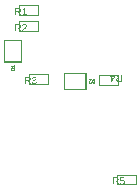
<source format=gbr>
%TF.GenerationSoftware,KiCad,Pcbnew,8.0.8+dfsg-1*%
%TF.CreationDate,2025-02-13T13:44:35+01:00*%
%TF.ProjectId,DigiKitkat,44696769-4b69-4746-9b61-742e6b696361,rev?*%
%TF.SameCoordinates,Original*%
%TF.FileFunction,Other,User*%
%FSLAX46Y46*%
G04 Gerber Fmt 4.6, Leading zero omitted, Abs format (unit mm)*
G04 Created by KiCad (PCBNEW 8.0.8+dfsg-1) date 2025-02-13 13:44:35*
%MOMM*%
%LPD*%
G01*
G04 APERTURE LIST*
%ADD10C,0.157500*%
%ADD11C,0.050800*%
%ADD12C,0.100000*%
G04 APERTURE END LIST*
D10*
G36*
X153643368Y-110304710D02*
G01*
X153677615Y-110309081D01*
X153708550Y-110316730D01*
X153740458Y-110329797D01*
X153767859Y-110347327D01*
X153771405Y-110350195D01*
X153793229Y-110372345D01*
X153811608Y-110401951D01*
X153821945Y-110431612D01*
X153826923Y-110464777D01*
X153827415Y-110480064D01*
X153824944Y-110513089D01*
X153817529Y-110543383D01*
X153803279Y-110574198D01*
X153787870Y-110595776D01*
X153763240Y-110619362D01*
X153733839Y-110637495D01*
X153703699Y-110649036D01*
X153678620Y-110654864D01*
X153851727Y-110914140D01*
X153756480Y-110914140D01*
X153597990Y-110664404D01*
X153408111Y-110664404D01*
X153408111Y-110914140D01*
X153325481Y-110914140D01*
X153325481Y-110599008D01*
X153408111Y-110599008D01*
X153607531Y-110599008D01*
X153638373Y-110597065D01*
X153668632Y-110590235D01*
X153696744Y-110576880D01*
X153708625Y-110567925D01*
X153728950Y-110543611D01*
X153740838Y-110513405D01*
X153744324Y-110480833D01*
X153740792Y-110449491D01*
X153728751Y-110420811D01*
X153708164Y-110398203D01*
X153679558Y-110381996D01*
X153647052Y-110373101D01*
X153612504Y-110369848D01*
X153604145Y-110369737D01*
X153408111Y-110369737D01*
X153408111Y-110599008D01*
X153325481Y-110599008D01*
X153325481Y-110303571D01*
X153612301Y-110303571D01*
X153643368Y-110304710D01*
G37*
G36*
X154344890Y-110713489D02*
G01*
X154342872Y-110748780D01*
X154336819Y-110781138D01*
X154326730Y-110810564D01*
X154309859Y-110841189D01*
X154287495Y-110867824D01*
X154260325Y-110889708D01*
X154228898Y-110906217D01*
X154198574Y-110916089D01*
X154165122Y-110922013D01*
X154128545Y-110923987D01*
X154097730Y-110922678D01*
X154064692Y-110917842D01*
X154034790Y-110909442D01*
X154004458Y-110895478D01*
X153990828Y-110886750D01*
X153967074Y-110866054D01*
X153948128Y-110841204D01*
X153933991Y-110812199D01*
X153924663Y-110779039D01*
X154003446Y-110769961D01*
X154015405Y-110800709D01*
X154036248Y-110828541D01*
X154064514Y-110847714D01*
X154094649Y-110857257D01*
X154130237Y-110860438D01*
X154163384Y-110857383D01*
X154195133Y-110846822D01*
X154221532Y-110828718D01*
X154228408Y-110821816D01*
X154247152Y-110794741D01*
X154258087Y-110765517D01*
X154263397Y-110731692D01*
X154263953Y-110715182D01*
X154261129Y-110683895D01*
X154251368Y-110653301D01*
X154234634Y-110627095D01*
X154228254Y-110620088D01*
X154203508Y-110600938D01*
X154173894Y-110588881D01*
X154143078Y-110584093D01*
X154131930Y-110583774D01*
X154099587Y-110586597D01*
X154072996Y-110593776D01*
X154044059Y-110608191D01*
X154018525Y-110627474D01*
X153942358Y-110627474D01*
X153962669Y-110303571D01*
X154309345Y-110303571D01*
X154309345Y-110369737D01*
X154033605Y-110369737D01*
X154021911Y-110559155D01*
X154048771Y-110542123D01*
X154078728Y-110529957D01*
X154111782Y-110522658D01*
X154143244Y-110520263D01*
X154147933Y-110520225D01*
X154180401Y-110522113D01*
X154215026Y-110529088D01*
X154246147Y-110541202D01*
X154273763Y-110558456D01*
X154291342Y-110573926D01*
X154312207Y-110598907D01*
X154327947Y-110626995D01*
X154338563Y-110658190D01*
X154344053Y-110692493D01*
X154344890Y-110713489D01*
G37*
G36*
X153865919Y-101867945D02*
G01*
X154055798Y-101867945D01*
X154055798Y-101618210D01*
X154138428Y-101618210D01*
X154138428Y-102228778D01*
X153851608Y-102228778D01*
X153820541Y-102227639D01*
X153786294Y-102223268D01*
X153755359Y-102215619D01*
X153723451Y-102202552D01*
X153696050Y-102185022D01*
X153692504Y-102182154D01*
X153670680Y-102160004D01*
X153652301Y-102130398D01*
X153641964Y-102100737D01*
X153636986Y-102067572D01*
X153636494Y-102052285D01*
X153636552Y-102051516D01*
X153719585Y-102051516D01*
X153723117Y-102082858D01*
X153735158Y-102111538D01*
X153755745Y-102134146D01*
X153784351Y-102150353D01*
X153816857Y-102159248D01*
X153851405Y-102162501D01*
X153859764Y-102162612D01*
X154055798Y-102162612D01*
X154055798Y-101933341D01*
X153856378Y-101933341D01*
X153825536Y-101935284D01*
X153795277Y-101942114D01*
X153767165Y-101955469D01*
X153755284Y-101964424D01*
X153734959Y-101988738D01*
X153723071Y-102018944D01*
X153719585Y-102051516D01*
X153636552Y-102051516D01*
X153638965Y-102019260D01*
X153646380Y-101988966D01*
X153660630Y-101958151D01*
X153676039Y-101936573D01*
X153700669Y-101912987D01*
X153730070Y-101894854D01*
X153760210Y-101883313D01*
X153785289Y-101877485D01*
X153612182Y-101618210D01*
X153707429Y-101618210D01*
X153865919Y-101867945D01*
G37*
G36*
X153267045Y-101753772D02*
G01*
X153554480Y-101753772D01*
X153554480Y-101814705D01*
X153275354Y-102228778D01*
X153193494Y-102228778D01*
X153193494Y-102140916D01*
X153267045Y-102140916D01*
X153279201Y-102117681D01*
X153294884Y-102090572D01*
X153295973Y-102088907D01*
X153452308Y-101856251D01*
X153475697Y-101823938D01*
X153482621Y-101815167D01*
X153267045Y-101815167D01*
X153267045Y-102140916D01*
X153193494Y-102140916D01*
X153193494Y-101815167D01*
X153107786Y-101815167D01*
X153107786Y-101753772D01*
X153193494Y-101753772D01*
X153193494Y-101618210D01*
X153267045Y-101618210D01*
X153267045Y-101753772D01*
G37*
G36*
X146193128Y-101807400D02*
G01*
X146227375Y-101811771D01*
X146258310Y-101819420D01*
X146290218Y-101832487D01*
X146317619Y-101850017D01*
X146321165Y-101852885D01*
X146342989Y-101875035D01*
X146361368Y-101904641D01*
X146371705Y-101934302D01*
X146376683Y-101967467D01*
X146377175Y-101982754D01*
X146374704Y-102015779D01*
X146367289Y-102046073D01*
X146353039Y-102076888D01*
X146337630Y-102098466D01*
X146313000Y-102122052D01*
X146283599Y-102140185D01*
X146253459Y-102151726D01*
X146228380Y-102157554D01*
X146401487Y-102416830D01*
X146306240Y-102416830D01*
X146147750Y-102167094D01*
X145957871Y-102167094D01*
X145957871Y-102416830D01*
X145875241Y-102416830D01*
X145875241Y-102101698D01*
X145957871Y-102101698D01*
X146157291Y-102101698D01*
X146188133Y-102099755D01*
X146218392Y-102092925D01*
X146246504Y-102079570D01*
X146258385Y-102070615D01*
X146278710Y-102046301D01*
X146290598Y-102016095D01*
X146294084Y-101983523D01*
X146290552Y-101952181D01*
X146278511Y-101923501D01*
X146257924Y-101900893D01*
X146229318Y-101884686D01*
X146196812Y-101875791D01*
X146162264Y-101872538D01*
X146153905Y-101872427D01*
X145957871Y-101872427D01*
X145957871Y-102101698D01*
X145875241Y-102101698D01*
X145875241Y-101806261D01*
X146162061Y-101806261D01*
X146193128Y-101807400D01*
G37*
G36*
X146892804Y-102248646D02*
G01*
X146890234Y-102283973D01*
X146882525Y-102315633D01*
X146869676Y-102343627D01*
X146848699Y-102371129D01*
X146839102Y-102380208D01*
X146813421Y-102398315D01*
X146783366Y-102411974D01*
X146748937Y-102421186D01*
X146715946Y-102425543D01*
X146685998Y-102426677D01*
X146652576Y-102425211D01*
X146621783Y-102420813D01*
X146589180Y-102411977D01*
X146560156Y-102399149D01*
X146538126Y-102384978D01*
X146513372Y-102361560D01*
X146494196Y-102333161D01*
X146481992Y-102304225D01*
X146474059Y-102271475D01*
X146472576Y-102261418D01*
X146553206Y-102254032D01*
X146560546Y-102285195D01*
X146575909Y-102315618D01*
X146598424Y-102338436D01*
X146628090Y-102353648D01*
X146658275Y-102360514D01*
X146685998Y-102362205D01*
X146717066Y-102359892D01*
X146746902Y-102351898D01*
X146774030Y-102336509D01*
X146778322Y-102332969D01*
X146798763Y-102307060D01*
X146809213Y-102276316D01*
X146811866Y-102246184D01*
X146807339Y-102214298D01*
X146792073Y-102185443D01*
X146773552Y-102167863D01*
X146746300Y-102153014D01*
X146716119Y-102144352D01*
X146684797Y-102140392D01*
X146663071Y-102139704D01*
X146618910Y-102139704D01*
X146618910Y-102072154D01*
X146661379Y-102072154D01*
X146695109Y-102069939D01*
X146727248Y-102062281D01*
X146756110Y-102047540D01*
X146760627Y-102044149D01*
X146782099Y-102020094D01*
X146793661Y-101989938D01*
X146795864Y-101966443D01*
X146792463Y-101935133D01*
X146780999Y-101906535D01*
X146767089Y-101888891D01*
X146741592Y-101871544D01*
X146711338Y-101862676D01*
X146681690Y-101860425D01*
X146648578Y-101863552D01*
X146617765Y-101874097D01*
X146598291Y-101886891D01*
X146576904Y-101911876D01*
X146564916Y-101941340D01*
X146561361Y-101961365D01*
X146483040Y-101955364D01*
X146488952Y-101924156D01*
X146500957Y-101892347D01*
X146518558Y-101864655D01*
X146541757Y-101841079D01*
X146545051Y-101838421D01*
X146573729Y-101820043D01*
X146606215Y-101806915D01*
X146637765Y-101799736D01*
X146672230Y-101796578D01*
X146682613Y-101796414D01*
X146715565Y-101797917D01*
X146750371Y-101803473D01*
X146781260Y-101813123D01*
X146811765Y-101829164D01*
X146825099Y-101839190D01*
X146847382Y-101862685D01*
X146863298Y-101890392D01*
X146872848Y-101922311D01*
X146875982Y-101953695D01*
X146876031Y-101958442D01*
X146873439Y-101989616D01*
X146864477Y-102020228D01*
X146847225Y-102049008D01*
X146843256Y-102053689D01*
X146819968Y-102074279D01*
X146790880Y-102090270D01*
X146759741Y-102100731D01*
X146748317Y-102103390D01*
X146748317Y-102105083D01*
X146780582Y-102110738D01*
X146812351Y-102121789D01*
X146839325Y-102137807D01*
X146854643Y-102151245D01*
X146874767Y-102177418D01*
X146887437Y-102207468D01*
X146892654Y-102241396D01*
X146892804Y-102248646D01*
G37*
G36*
X145374908Y-97350260D02*
G01*
X145409155Y-97354631D01*
X145440090Y-97362280D01*
X145471998Y-97375347D01*
X145499399Y-97392877D01*
X145502945Y-97395745D01*
X145524769Y-97417895D01*
X145543148Y-97447501D01*
X145553485Y-97477162D01*
X145558463Y-97510327D01*
X145558955Y-97525614D01*
X145556484Y-97558639D01*
X145549069Y-97588933D01*
X145534819Y-97619748D01*
X145519410Y-97641326D01*
X145494780Y-97664912D01*
X145465379Y-97683045D01*
X145435239Y-97694586D01*
X145410160Y-97700414D01*
X145583267Y-97959690D01*
X145488020Y-97959690D01*
X145329530Y-97709954D01*
X145139651Y-97709954D01*
X145139651Y-97959690D01*
X145057021Y-97959690D01*
X145057021Y-97644558D01*
X145139651Y-97644558D01*
X145339071Y-97644558D01*
X145369913Y-97642615D01*
X145400172Y-97635785D01*
X145428284Y-97622430D01*
X145440165Y-97613475D01*
X145460490Y-97589161D01*
X145472378Y-97558955D01*
X145475864Y-97526383D01*
X145472332Y-97495041D01*
X145460291Y-97466361D01*
X145439704Y-97443753D01*
X145411098Y-97427546D01*
X145378592Y-97418651D01*
X145344044Y-97415398D01*
X145335685Y-97415287D01*
X145139651Y-97415287D01*
X145139651Y-97644558D01*
X145057021Y-97644558D01*
X145057021Y-97349121D01*
X145343841Y-97349121D01*
X145374908Y-97350260D01*
G37*
G36*
X145665281Y-97959690D02*
G01*
X145665281Y-97904757D01*
X145679995Y-97874193D01*
X145696633Y-97845973D01*
X145715194Y-97820097D01*
X145719137Y-97815203D01*
X145739360Y-97791608D01*
X145762334Y-97767354D01*
X145786072Y-97744883D01*
X145810100Y-97723760D01*
X145833947Y-97703764D01*
X145855468Y-97686565D01*
X145880367Y-97666369D01*
X145905192Y-97644490D01*
X145917633Y-97632709D01*
X145939836Y-97608676D01*
X145957974Y-97583701D01*
X145962410Y-97576392D01*
X145974670Y-97546970D01*
X145979340Y-97516399D01*
X145979490Y-97509457D01*
X145975999Y-97477432D01*
X145964228Y-97448591D01*
X145949946Y-97431136D01*
X145922283Y-97413103D01*
X145890031Y-97404617D01*
X145868240Y-97403285D01*
X145836125Y-97406485D01*
X145805777Y-97417275D01*
X145786226Y-97430366D01*
X145765828Y-97453750D01*
X145752874Y-97483279D01*
X145748373Y-97506380D01*
X145668667Y-97498994D01*
X145674579Y-97468445D01*
X145686584Y-97437031D01*
X145704185Y-97409349D01*
X145727384Y-97385397D01*
X145730677Y-97382666D01*
X145759355Y-97363682D01*
X145791842Y-97350122D01*
X145823392Y-97342706D01*
X145857857Y-97339443D01*
X145868240Y-97339274D01*
X145901305Y-97340810D01*
X145936093Y-97346486D01*
X145966803Y-97356344D01*
X145996904Y-97372731D01*
X146009957Y-97382974D01*
X146031634Y-97407045D01*
X146047117Y-97435713D01*
X146056407Y-97468979D01*
X146059456Y-97501857D01*
X146059504Y-97506841D01*
X146056382Y-97537884D01*
X146047016Y-97568809D01*
X146043193Y-97577623D01*
X146027450Y-97606153D01*
X146008275Y-97632534D01*
X145995031Y-97647943D01*
X145972403Y-97670732D01*
X145948408Y-97692681D01*
X145923386Y-97714437D01*
X145899395Y-97734641D01*
X145872548Y-97756731D01*
X145848958Y-97776686D01*
X145825430Y-97797918D01*
X145803028Y-97819995D01*
X145793304Y-97830436D01*
X145773577Y-97854671D01*
X145756414Y-97882070D01*
X145750989Y-97893524D01*
X146069044Y-97893524D01*
X146069044Y-97959690D01*
X145665281Y-97959690D01*
G37*
G36*
X145380208Y-95969660D02*
G01*
X145414455Y-95974031D01*
X145445390Y-95981680D01*
X145477298Y-95994747D01*
X145504699Y-96012277D01*
X145508245Y-96015145D01*
X145530069Y-96037295D01*
X145548448Y-96066901D01*
X145558785Y-96096562D01*
X145563763Y-96129727D01*
X145564255Y-96145014D01*
X145561784Y-96178039D01*
X145554369Y-96208333D01*
X145540119Y-96239148D01*
X145524710Y-96260726D01*
X145500080Y-96284312D01*
X145470679Y-96302445D01*
X145440539Y-96313986D01*
X145415460Y-96319814D01*
X145588567Y-96579090D01*
X145493320Y-96579090D01*
X145334830Y-96329354D01*
X145144951Y-96329354D01*
X145144951Y-96579090D01*
X145062321Y-96579090D01*
X145062321Y-96263958D01*
X145144951Y-96263958D01*
X145344371Y-96263958D01*
X145375213Y-96262015D01*
X145405472Y-96255185D01*
X145433584Y-96241830D01*
X145445465Y-96232875D01*
X145465790Y-96208561D01*
X145477678Y-96178355D01*
X145481164Y-96145783D01*
X145477632Y-96114441D01*
X145465591Y-96085761D01*
X145445004Y-96063153D01*
X145416398Y-96046946D01*
X145383892Y-96038051D01*
X145349344Y-96034798D01*
X145340985Y-96034687D01*
X145144951Y-96034687D01*
X145144951Y-96263958D01*
X145062321Y-96263958D01*
X145062321Y-95968521D01*
X145349141Y-95968521D01*
X145380208Y-95969660D01*
G37*
G36*
X145693508Y-96579090D02*
G01*
X145693508Y-96512924D01*
X145848766Y-96512924D01*
X145848766Y-96042996D01*
X145711204Y-96145783D01*
X145711204Y-96072232D01*
X145855383Y-95968521D01*
X145927242Y-95968521D01*
X145927242Y-96512924D01*
X146075575Y-96512924D01*
X146075575Y-96579090D01*
X145693508Y-96579090D01*
G37*
D11*
X144986664Y-101238997D02*
X144681864Y-101238997D01*
X144681864Y-101238997D02*
X144681864Y-101166426D01*
X144681864Y-101166426D02*
X144696378Y-101122883D01*
X144696378Y-101122883D02*
X144725407Y-101093854D01*
X144725407Y-101093854D02*
X144754435Y-101079340D01*
X144754435Y-101079340D02*
X144812492Y-101064826D01*
X144812492Y-101064826D02*
X144856035Y-101064826D01*
X144856035Y-101064826D02*
X144914092Y-101079340D01*
X144914092Y-101079340D02*
X144943121Y-101093854D01*
X144943121Y-101093854D02*
X144972150Y-101122883D01*
X144972150Y-101122883D02*
X144986664Y-101166426D01*
X144986664Y-101166426D02*
X144986664Y-101238997D01*
X144986664Y-100774540D02*
X144986664Y-100948711D01*
X144986664Y-100861626D02*
X144681864Y-100861626D01*
X144681864Y-100861626D02*
X144725407Y-100890654D01*
X144725407Y-100890654D02*
X144754435Y-100919683D01*
X144754435Y-100919683D02*
X144768950Y-100948711D01*
X151762097Y-102003015D02*
X151762097Y-102307815D01*
X151762097Y-102307815D02*
X151689526Y-102307815D01*
X151689526Y-102307815D02*
X151645983Y-102293301D01*
X151645983Y-102293301D02*
X151616954Y-102264272D01*
X151616954Y-102264272D02*
X151602440Y-102235244D01*
X151602440Y-102235244D02*
X151587926Y-102177187D01*
X151587926Y-102177187D02*
X151587926Y-102133644D01*
X151587926Y-102133644D02*
X151602440Y-102075587D01*
X151602440Y-102075587D02*
X151616954Y-102046558D01*
X151616954Y-102046558D02*
X151645983Y-102017530D01*
X151645983Y-102017530D02*
X151689526Y-102003015D01*
X151689526Y-102003015D02*
X151762097Y-102003015D01*
X151471811Y-102278787D02*
X151457297Y-102293301D01*
X151457297Y-102293301D02*
X151428269Y-102307815D01*
X151428269Y-102307815D02*
X151355697Y-102307815D01*
X151355697Y-102307815D02*
X151326669Y-102293301D01*
X151326669Y-102293301D02*
X151312154Y-102278787D01*
X151312154Y-102278787D02*
X151297640Y-102249758D01*
X151297640Y-102249758D02*
X151297640Y-102220730D01*
X151297640Y-102220730D02*
X151312154Y-102177187D01*
X151312154Y-102177187D02*
X151486326Y-102003015D01*
X151486326Y-102003015D02*
X151297640Y-102003015D01*
D12*
%TO.C,R5*%
X153673940Y-110084330D02*
X155273940Y-110084330D01*
X155264410Y-110884330D02*
X155264410Y-110084330D01*
X153673940Y-110884330D02*
X155273940Y-110884330D01*
X153673940Y-110884330D02*
X153673940Y-110084330D01*
%TO.C,R4*%
X153789980Y-102459110D02*
X153789980Y-101659120D01*
X152189980Y-101659120D02*
X153789980Y-101659120D01*
X152199500Y-102459110D02*
X152199500Y-101659120D01*
X152189980Y-102459110D02*
X153789980Y-102459110D01*
%TO.C,R3*%
X146223690Y-101587030D02*
X147823690Y-101587030D01*
X147814170Y-102387030D02*
X147814170Y-101587030D01*
X146223690Y-102387030D02*
X147823690Y-102387030D01*
X146223690Y-102387030D02*
X146223690Y-101587030D01*
%TO.C,R2*%
X145405480Y-97918780D02*
X145405480Y-97118790D01*
X145405480Y-97918780D02*
X147005480Y-97918780D01*
X146995950Y-97918780D02*
X146995950Y-97118790D01*
X145405480Y-97118790D02*
X147005480Y-97118790D01*
%TO.C,R1*%
X145410780Y-95738190D02*
X147010780Y-95738190D01*
X147001250Y-96538190D02*
X147001250Y-95738190D01*
X145410780Y-96538190D02*
X147010780Y-96538190D01*
X145410780Y-96538190D02*
X145410780Y-95738190D01*
%TO.C,D1*%
X145531040Y-100507850D02*
X145531040Y-98704540D01*
X144116660Y-100507850D02*
X145531040Y-100507850D01*
X145531040Y-100491650D02*
X145531040Y-98672130D01*
X144274880Y-100463730D02*
X145060710Y-100463730D01*
X144116660Y-98672130D02*
X145531040Y-98672130D01*
X144520430Y-98672130D02*
X145060710Y-98672130D01*
X145504420Y-100464890D02*
X145531040Y-100491650D01*
X144130990Y-100504300D02*
X144170050Y-100465040D01*
X144116660Y-100507850D02*
X144116660Y-98672130D01*
X145060710Y-100463730D02*
X145504420Y-100464890D01*
X144170050Y-100465040D02*
X144667800Y-100463730D01*
%TO.C,D2*%
X149227640Y-101458640D02*
X151030950Y-101458640D01*
X151030950Y-102873020D02*
X151030950Y-101458640D01*
X149195230Y-101458640D02*
X151014760Y-101458640D01*
X150986830Y-102714800D02*
X150986830Y-101928970D01*
X149195230Y-102873020D02*
X149195230Y-101458640D01*
X149195230Y-102469250D02*
X149195230Y-101928970D01*
X150987990Y-101485270D02*
X151014760Y-101458640D01*
X150988140Y-102819640D02*
X151027400Y-102858690D01*
X149195230Y-102873020D02*
X151030950Y-102873020D01*
X150986830Y-101928970D02*
X150987990Y-101485270D01*
X150986830Y-102321890D02*
X150988140Y-102819640D01*
%TD*%
M02*

</source>
